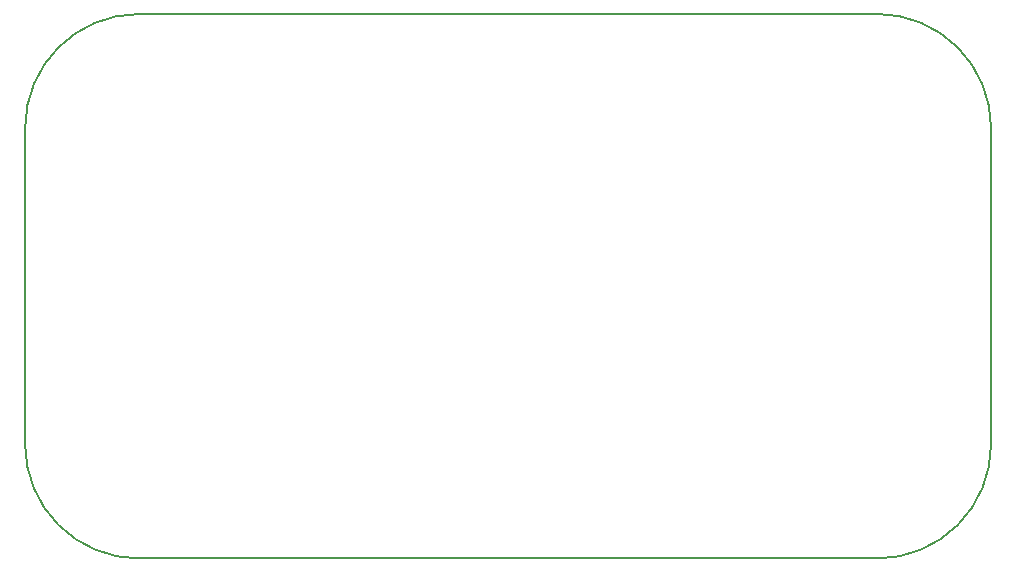
<source format=gm1>
G04 #@! TF.GenerationSoftware,KiCad,Pcbnew,7.0.0-1.fc37*
G04 #@! TF.CreationDate,2023-02-19T18:56:11+00:00*
G04 #@! TF.ProjectId,Agnus,41676e75-732e-46b6-9963-61645f706362,rev?*
G04 #@! TF.SameCoordinates,Original*
G04 #@! TF.FileFunction,Profile,NP*
%FSLAX46Y46*%
G04 Gerber Fmt 4.6, Leading zero omitted, Abs format (unit mm)*
G04 Created by KiCad (PCBNEW 7.0.0-1.fc37) date 2023-02-19 18:56:11*
%MOMM*%
%LPD*%
G01*
G04 APERTURE LIST*
G04 #@! TA.AperFunction,Profile*
%ADD10C,0.150000*%
G04 #@! TD*
G04 APERTURE END LIST*
D10*
X163067999Y-77470000D02*
G75*
G03*
X172720000Y-67818000I1J9652000D01*
G01*
X100584000Y-31368999D02*
G75*
G03*
X90931999Y-41020999I0J-9652001D01*
G01*
X172719999Y-41021001D02*
X172720000Y-67818000D01*
X90932001Y-67817999D02*
X90932000Y-41021000D01*
X163067999Y-77469999D02*
X100584000Y-77470000D01*
X100584000Y-31369000D02*
X163068000Y-31369000D01*
X172720000Y-41021001D02*
G75*
G03*
X163068000Y-31369000I-9652000J1D01*
G01*
X90932000Y-67817999D02*
G75*
G03*
X100584000Y-77470000I9652000J-1D01*
G01*
M02*

</source>
